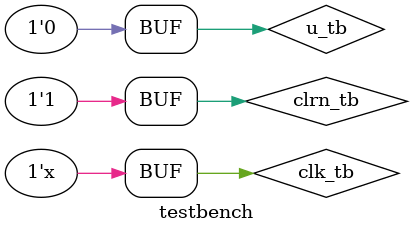
<source format=v>
`timescale 1ns / 1ps


// Module      : Testbench
// Description : Using the test sequence given generate the output of the 7 segment display by calling dff3 and counter modules
module testbench();
    reg clrn_tb;
    reg clk_tb;
    reg u_tb;
    wire [2:0] q_tb;
    wire [2:0] ns_tb;
    wire a,b,c,d,e,f,g;
    dff3 dff3_tb(ns_tb, clrn_tb, clk_tb, q_tb);
    counter counter_tb(q_tb, u_tb, ns_tb, a, b, c, d, e, f, g);
    initial begin
        clrn_tb = 0;        
        clk_tb = 1;
        u_tb = 1; 
        #1 clrn_tb = 1;
        #16 u_tb = 0;        
    end   
    always begin
        #1;
        clk_tb = ~clk_tb;
    end
endmodule
</source>
